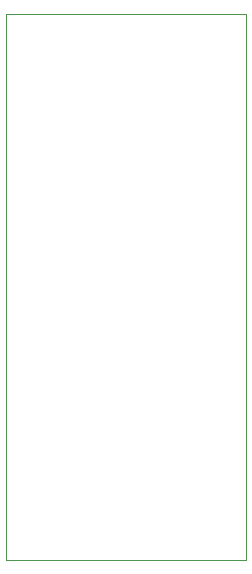
<source format=gm1>
G04 #@! TF.GenerationSoftware,KiCad,Pcbnew,8.0.8*
G04 #@! TF.CreationDate,2025-05-02T07:15:15-04:00*
G04 #@! TF.ProjectId,DevBoard1,44657642-6f61-4726-9431-2e6b69636164,rev?*
G04 #@! TF.SameCoordinates,Original*
G04 #@! TF.FileFunction,Profile,NP*
%FSLAX46Y46*%
G04 Gerber Fmt 4.6, Leading zero omitted, Abs format (unit mm)*
G04 Created by KiCad (PCBNEW 8.0.8) date 2025-05-02 07:15:15*
%MOMM*%
%LPD*%
G01*
G04 APERTURE LIST*
G04 #@! TA.AperFunction,Profile*
%ADD10C,0.050000*%
G04 #@! TD*
G04 APERTURE END LIST*
D10*
X86360000Y-45212000D02*
X106680000Y-45212000D01*
X106680000Y-91440000D01*
X86360000Y-91440000D01*
X86360000Y-45212000D01*
M02*

</source>
